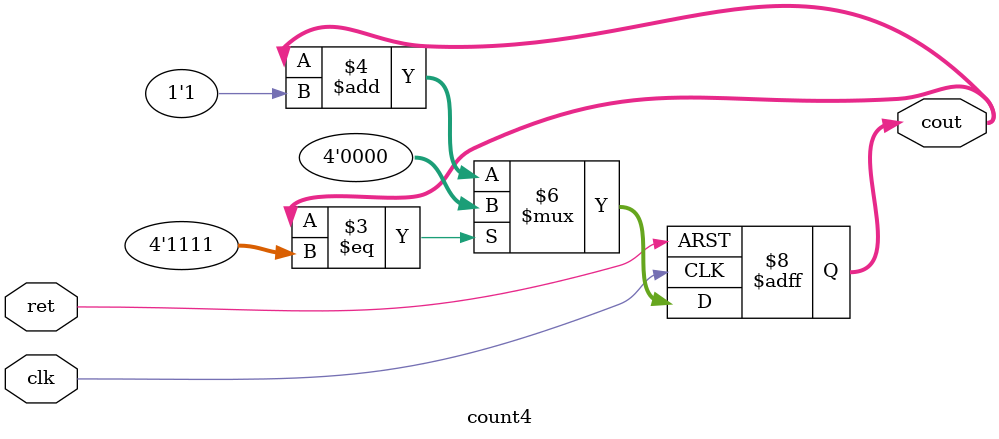
<source format=v>
module count4(clk,ret,cout);

input clk;
input ret;
output [3:0] cout;

reg [3:0] cnt;
reg [3:0] cout;

always@(posedge clk or negedge ret) begin
	if(!ret) cout=1'b0;
	else if(cout==4'b1111) cout<=1'd0;
	else
		cout<=cout+1'b1;
		
end
endmodule
</source>
